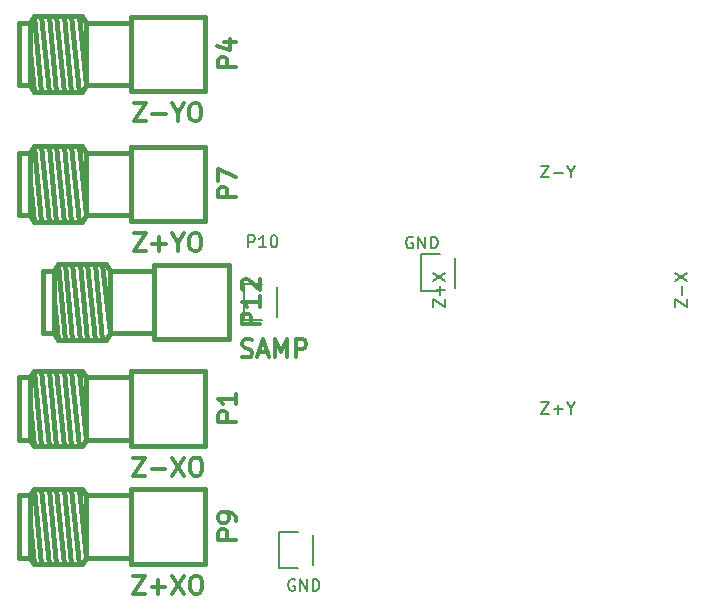
<source format=gto>
G04 #@! TF.FileFunction,Legend,Top*
%FSLAX46Y46*%
G04 Gerber Fmt 4.6, Leading zero omitted, Abs format (unit mm)*
G04 Created by KiCad (PCBNEW (2015-11-24 BZR 6329)-product) date Fri 20 Jan 2017 09:03:45 AM EST*
%MOMM*%
G01*
G04 APERTURE LIST*
%ADD10C,0.100000*%
%ADD11C,0.381000*%
%ADD12C,0.150000*%
%ADD13C,0.304800*%
G04 APERTURE END LIST*
D10*
D11*
X95343940Y-65340620D02*
X94399060Y-65340620D01*
X95343940Y-70659380D02*
X94399060Y-70659380D01*
X103850400Y-70659380D02*
X100070880Y-70659380D01*
X103850400Y-65340620D02*
X100070880Y-65340620D01*
X95658900Y-71192780D02*
X95343940Y-67733300D01*
X99440960Y-64807220D02*
X100070880Y-70659380D01*
X99440960Y-71192780D02*
X98811040Y-64807220D01*
X98811040Y-71192780D02*
X98181120Y-64807220D01*
X98181120Y-71192780D02*
X97551200Y-64807220D01*
X97551200Y-71192780D02*
X96918740Y-64807220D01*
X96918740Y-71192780D02*
X96288820Y-64807220D01*
X96288820Y-71192780D02*
X95658900Y-64807220D01*
X95658900Y-71192780D02*
X95343940Y-70659380D01*
X95343940Y-70659380D02*
X95343940Y-65340620D01*
X95343940Y-65340620D02*
X95658900Y-64807220D01*
X95658900Y-64807220D02*
X99755920Y-64807220D01*
X99755920Y-64807220D02*
X100070880Y-65340620D01*
X100070880Y-65340620D02*
X100070880Y-70659380D01*
X100070880Y-70659380D02*
X99755920Y-71192780D01*
X99755920Y-71192780D02*
X95658900Y-71192780D01*
X94399060Y-65340620D02*
X94399060Y-70659380D01*
X103850400Y-71149600D02*
X103850400Y-64850400D01*
X103850400Y-64850400D02*
X110149600Y-64850400D01*
X110149600Y-64850400D02*
X110149600Y-71149600D01*
X110149600Y-71149600D02*
X103850400Y-71149600D01*
X95343940Y-105340620D02*
X94399060Y-105340620D01*
X95343940Y-110659380D02*
X94399060Y-110659380D01*
X103850400Y-110659380D02*
X100070880Y-110659380D01*
X103850400Y-105340620D02*
X100070880Y-105340620D01*
X95658900Y-111192780D02*
X95343940Y-107733300D01*
X99440960Y-104807220D02*
X100070880Y-110659380D01*
X99440960Y-111192780D02*
X98811040Y-104807220D01*
X98811040Y-111192780D02*
X98181120Y-104807220D01*
X98181120Y-111192780D02*
X97551200Y-104807220D01*
X97551200Y-111192780D02*
X96918740Y-104807220D01*
X96918740Y-111192780D02*
X96288820Y-104807220D01*
X96288820Y-111192780D02*
X95658900Y-104807220D01*
X95658900Y-111192780D02*
X95343940Y-110659380D01*
X95343940Y-110659380D02*
X95343940Y-105340620D01*
X95343940Y-105340620D02*
X95658900Y-104807220D01*
X95658900Y-104807220D02*
X99755920Y-104807220D01*
X99755920Y-104807220D02*
X100070880Y-105340620D01*
X100070880Y-105340620D02*
X100070880Y-110659380D01*
X100070880Y-110659380D02*
X99755920Y-111192780D01*
X99755920Y-111192780D02*
X95658900Y-111192780D01*
X94399060Y-105340620D02*
X94399060Y-110659380D01*
X103850400Y-111149600D02*
X103850400Y-104850400D01*
X103850400Y-104850400D02*
X110149600Y-104850400D01*
X110149600Y-104850400D02*
X110149600Y-111149600D01*
X110149600Y-111149600D02*
X103850400Y-111149600D01*
X95343940Y-95340620D02*
X94399060Y-95340620D01*
X95343940Y-100659380D02*
X94399060Y-100659380D01*
X103850400Y-100659380D02*
X100070880Y-100659380D01*
X103850400Y-95340620D02*
X100070880Y-95340620D01*
X95658900Y-101192780D02*
X95343940Y-97733300D01*
X99440960Y-94807220D02*
X100070880Y-100659380D01*
X99440960Y-101192780D02*
X98811040Y-94807220D01*
X98811040Y-101192780D02*
X98181120Y-94807220D01*
X98181120Y-101192780D02*
X97551200Y-94807220D01*
X97551200Y-101192780D02*
X96918740Y-94807220D01*
X96918740Y-101192780D02*
X96288820Y-94807220D01*
X96288820Y-101192780D02*
X95658900Y-94807220D01*
X95658900Y-101192780D02*
X95343940Y-100659380D01*
X95343940Y-100659380D02*
X95343940Y-95340620D01*
X95343940Y-95340620D02*
X95658900Y-94807220D01*
X95658900Y-94807220D02*
X99755920Y-94807220D01*
X99755920Y-94807220D02*
X100070880Y-95340620D01*
X100070880Y-95340620D02*
X100070880Y-100659380D01*
X100070880Y-100659380D02*
X99755920Y-101192780D01*
X99755920Y-101192780D02*
X95658900Y-101192780D01*
X94399060Y-95340620D02*
X94399060Y-100659380D01*
X103850400Y-101149600D02*
X103850400Y-94850400D01*
X103850400Y-94850400D02*
X110149600Y-94850400D01*
X110149600Y-94850400D02*
X110149600Y-101149600D01*
X110149600Y-101149600D02*
X103850400Y-101149600D01*
X95343940Y-76340620D02*
X94399060Y-76340620D01*
X95343940Y-81659380D02*
X94399060Y-81659380D01*
X103850400Y-81659380D02*
X100070880Y-81659380D01*
X103850400Y-76340620D02*
X100070880Y-76340620D01*
X95658900Y-82192780D02*
X95343940Y-78733300D01*
X99440960Y-75807220D02*
X100070880Y-81659380D01*
X99440960Y-82192780D02*
X98811040Y-75807220D01*
X98811040Y-82192780D02*
X98181120Y-75807220D01*
X98181120Y-82192780D02*
X97551200Y-75807220D01*
X97551200Y-82192780D02*
X96918740Y-75807220D01*
X96918740Y-82192780D02*
X96288820Y-75807220D01*
X96288820Y-82192780D02*
X95658900Y-75807220D01*
X95658900Y-82192780D02*
X95343940Y-81659380D01*
X95343940Y-81659380D02*
X95343940Y-76340620D01*
X95343940Y-76340620D02*
X95658900Y-75807220D01*
X95658900Y-75807220D02*
X99755920Y-75807220D01*
X99755920Y-75807220D02*
X100070880Y-76340620D01*
X100070880Y-76340620D02*
X100070880Y-81659380D01*
X100070880Y-81659380D02*
X99755920Y-82192780D01*
X99755920Y-82192780D02*
X95658900Y-82192780D01*
X94399060Y-76340620D02*
X94399060Y-81659380D01*
X103850400Y-82149600D02*
X103850400Y-75850400D01*
X103850400Y-75850400D02*
X110149600Y-75850400D01*
X110149600Y-75850400D02*
X110149600Y-82149600D01*
X110149600Y-82149600D02*
X103850400Y-82149600D01*
D12*
X119270000Y-111270000D02*
X119270000Y-108730000D01*
X116450000Y-108450000D02*
X118000000Y-108450000D01*
X116450000Y-108450000D02*
X116450000Y-111550000D01*
X116450000Y-111550000D02*
X118000000Y-111550000D01*
X131270000Y-87770000D02*
X131270000Y-85230000D01*
X128450000Y-84950000D02*
X130000000Y-84950000D01*
X128450000Y-84950000D02*
X128450000Y-88050000D01*
X128450000Y-88050000D02*
X130000000Y-88050000D01*
X116270000Y-90270000D02*
X116270000Y-87730000D01*
X113450000Y-87450000D02*
X115000000Y-87450000D01*
X113450000Y-87450000D02*
X113450000Y-90550000D01*
X113450000Y-90550000D02*
X115000000Y-90550000D01*
D11*
X97343940Y-86340620D02*
X96399060Y-86340620D01*
X97343940Y-91659380D02*
X96399060Y-91659380D01*
X105850400Y-91659380D02*
X102070880Y-91659380D01*
X105850400Y-86340620D02*
X102070880Y-86340620D01*
X97658900Y-92192780D02*
X97343940Y-88733300D01*
X101440960Y-85807220D02*
X102070880Y-91659380D01*
X101440960Y-92192780D02*
X100811040Y-85807220D01*
X100811040Y-92192780D02*
X100181120Y-85807220D01*
X100181120Y-92192780D02*
X99551200Y-85807220D01*
X99551200Y-92192780D02*
X98918740Y-85807220D01*
X98918740Y-92192780D02*
X98288820Y-85807220D01*
X98288820Y-92192780D02*
X97658900Y-85807220D01*
X97658900Y-92192780D02*
X97343940Y-91659380D01*
X97343940Y-91659380D02*
X97343940Y-86340620D01*
X97343940Y-86340620D02*
X97658900Y-85807220D01*
X97658900Y-85807220D02*
X101755920Y-85807220D01*
X101755920Y-85807220D02*
X102070880Y-86340620D01*
X102070880Y-86340620D02*
X102070880Y-91659380D01*
X102070880Y-91659380D02*
X101755920Y-92192780D01*
X101755920Y-92192780D02*
X97658900Y-92192780D01*
X96399060Y-86340620D02*
X96399060Y-91659380D01*
X105850400Y-92149600D02*
X105850400Y-85850400D01*
X105850400Y-85850400D02*
X112149600Y-85850400D01*
X112149600Y-85850400D02*
X112149600Y-92149600D01*
X112149600Y-92149600D02*
X105850400Y-92149600D01*
D13*
X112769429Y-69124857D02*
X111245429Y-69124857D01*
X111245429Y-68544285D01*
X111318000Y-68399143D01*
X111390571Y-68326571D01*
X111535714Y-68254000D01*
X111753429Y-68254000D01*
X111898571Y-68326571D01*
X111971143Y-68399143D01*
X112043714Y-68544285D01*
X112043714Y-69124857D01*
X111753429Y-66947714D02*
X112769429Y-66947714D01*
X111172857Y-67310571D02*
X112261429Y-67673428D01*
X112261429Y-66730000D01*
X104097143Y-72165429D02*
X105113143Y-72165429D01*
X104097143Y-73689429D01*
X105113143Y-73689429D01*
X105693715Y-73108857D02*
X106854858Y-73108857D01*
X107870858Y-72963714D02*
X107870858Y-73689429D01*
X107362858Y-72165429D02*
X107870858Y-72963714D01*
X108378858Y-72165429D01*
X109177144Y-72165429D02*
X109467430Y-72165429D01*
X109612572Y-72238000D01*
X109757715Y-72383143D01*
X109830287Y-72673429D01*
X109830287Y-73181429D01*
X109757715Y-73471714D01*
X109612572Y-73616857D01*
X109467430Y-73689429D01*
X109177144Y-73689429D01*
X109032001Y-73616857D01*
X108886858Y-73471714D01*
X108814287Y-73181429D01*
X108814287Y-72673429D01*
X108886858Y-72383143D01*
X109032001Y-72238000D01*
X109177144Y-72165429D01*
X112769429Y-109124857D02*
X111245429Y-109124857D01*
X111245429Y-108544285D01*
X111318000Y-108399143D01*
X111390571Y-108326571D01*
X111535714Y-108254000D01*
X111753429Y-108254000D01*
X111898571Y-108326571D01*
X111971143Y-108399143D01*
X112043714Y-108544285D01*
X112043714Y-109124857D01*
X112769429Y-107528285D02*
X112769429Y-107238000D01*
X112696857Y-107092857D01*
X112624286Y-107020285D01*
X112406571Y-106875143D01*
X112116286Y-106802571D01*
X111535714Y-106802571D01*
X111390571Y-106875143D01*
X111318000Y-106947714D01*
X111245429Y-107092857D01*
X111245429Y-107383143D01*
X111318000Y-107528285D01*
X111390571Y-107600857D01*
X111535714Y-107673428D01*
X111898571Y-107673428D01*
X112043714Y-107600857D01*
X112116286Y-107528285D01*
X112188857Y-107383143D01*
X112188857Y-107092857D01*
X112116286Y-106947714D01*
X112043714Y-106875143D01*
X111898571Y-106802571D01*
X104024571Y-112165429D02*
X105040571Y-112165429D01*
X104024571Y-113689429D01*
X105040571Y-113689429D01*
X105621143Y-113108857D02*
X106782286Y-113108857D01*
X106201715Y-113689429D02*
X106201715Y-112528286D01*
X107362857Y-112165429D02*
X108378857Y-113689429D01*
X108378857Y-112165429D02*
X107362857Y-113689429D01*
X109249715Y-112165429D02*
X109540001Y-112165429D01*
X109685143Y-112238000D01*
X109830286Y-112383143D01*
X109902858Y-112673429D01*
X109902858Y-113181429D01*
X109830286Y-113471714D01*
X109685143Y-113616857D01*
X109540001Y-113689429D01*
X109249715Y-113689429D01*
X109104572Y-113616857D01*
X108959429Y-113471714D01*
X108886858Y-113181429D01*
X108886858Y-112673429D01*
X108959429Y-112383143D01*
X109104572Y-112238000D01*
X109249715Y-112165429D01*
X112769429Y-99124857D02*
X111245429Y-99124857D01*
X111245429Y-98544285D01*
X111318000Y-98399143D01*
X111390571Y-98326571D01*
X111535714Y-98254000D01*
X111753429Y-98254000D01*
X111898571Y-98326571D01*
X111971143Y-98399143D01*
X112043714Y-98544285D01*
X112043714Y-99124857D01*
X112769429Y-96802571D02*
X112769429Y-97673428D01*
X112769429Y-97238000D02*
X111245429Y-97238000D01*
X111463143Y-97383143D01*
X111608286Y-97528285D01*
X111680857Y-97673428D01*
X104024571Y-102165429D02*
X105040571Y-102165429D01*
X104024571Y-103689429D01*
X105040571Y-103689429D01*
X105621143Y-103108857D02*
X106782286Y-103108857D01*
X107362857Y-102165429D02*
X108378857Y-103689429D01*
X108378857Y-102165429D02*
X107362857Y-103689429D01*
X109249715Y-102165429D02*
X109540001Y-102165429D01*
X109685143Y-102238000D01*
X109830286Y-102383143D01*
X109902858Y-102673429D01*
X109902858Y-103181429D01*
X109830286Y-103471714D01*
X109685143Y-103616857D01*
X109540001Y-103689429D01*
X109249715Y-103689429D01*
X109104572Y-103616857D01*
X108959429Y-103471714D01*
X108886858Y-103181429D01*
X108886858Y-102673429D01*
X108959429Y-102383143D01*
X109104572Y-102238000D01*
X109249715Y-102165429D01*
X112769429Y-80124857D02*
X111245429Y-80124857D01*
X111245429Y-79544285D01*
X111318000Y-79399143D01*
X111390571Y-79326571D01*
X111535714Y-79254000D01*
X111753429Y-79254000D01*
X111898571Y-79326571D01*
X111971143Y-79399143D01*
X112043714Y-79544285D01*
X112043714Y-80124857D01*
X111245429Y-78746000D02*
X111245429Y-77730000D01*
X112769429Y-78383143D01*
X104097143Y-83165429D02*
X105113143Y-83165429D01*
X104097143Y-84689429D01*
X105113143Y-84689429D01*
X105693715Y-84108857D02*
X106854858Y-84108857D01*
X106274287Y-84689429D02*
X106274287Y-83528286D01*
X107870858Y-83963714D02*
X107870858Y-84689429D01*
X107362858Y-83165429D02*
X107870858Y-83963714D01*
X108378858Y-83165429D01*
X109177144Y-83165429D02*
X109467430Y-83165429D01*
X109612572Y-83238000D01*
X109757715Y-83383143D01*
X109830287Y-83673429D01*
X109830287Y-84181429D01*
X109757715Y-84471714D01*
X109612572Y-84616857D01*
X109467430Y-84689429D01*
X109177144Y-84689429D01*
X109032001Y-84616857D01*
X108886858Y-84471714D01*
X108814287Y-84181429D01*
X108814287Y-83673429D01*
X108886858Y-83383143D01*
X109032001Y-83238000D01*
X109177144Y-83165429D01*
D12*
X129452381Y-89428571D02*
X129452381Y-88761904D01*
X130452381Y-89428571D01*
X130452381Y-88761904D01*
X130071429Y-88380952D02*
X130071429Y-87619047D01*
X130452381Y-87999999D02*
X129690476Y-87999999D01*
X129452381Y-87238095D02*
X130452381Y-86571428D01*
X129452381Y-86571428D02*
X130452381Y-87238095D01*
X138619048Y-97452381D02*
X139285715Y-97452381D01*
X138619048Y-98452381D01*
X139285715Y-98452381D01*
X139666667Y-98071429D02*
X140428572Y-98071429D01*
X140047620Y-98452381D02*
X140047620Y-97690476D01*
X141095238Y-97976190D02*
X141095238Y-98452381D01*
X140761905Y-97452381D02*
X141095238Y-97976190D01*
X141428572Y-97452381D01*
X149952381Y-89428571D02*
X149952381Y-88761904D01*
X150952381Y-89428571D01*
X150952381Y-88761904D01*
X150571429Y-88380952D02*
X150571429Y-87619047D01*
X149952381Y-87238095D02*
X150952381Y-86571428D01*
X149952381Y-86571428D02*
X150952381Y-87238095D01*
X138619048Y-77452381D02*
X139285715Y-77452381D01*
X138619048Y-78452381D01*
X139285715Y-78452381D01*
X139666667Y-78071429D02*
X140428572Y-78071429D01*
X141095238Y-77976190D02*
X141095238Y-78452381D01*
X140761905Y-77452381D02*
X141095238Y-77976190D01*
X141428572Y-77452381D01*
X117738096Y-112500000D02*
X117642858Y-112452381D01*
X117500001Y-112452381D01*
X117357143Y-112500000D01*
X117261905Y-112595238D01*
X117214286Y-112690476D01*
X117166667Y-112880952D01*
X117166667Y-113023810D01*
X117214286Y-113214286D01*
X117261905Y-113309524D01*
X117357143Y-113404762D01*
X117500001Y-113452381D01*
X117595239Y-113452381D01*
X117738096Y-113404762D01*
X117785715Y-113357143D01*
X117785715Y-113023810D01*
X117595239Y-113023810D01*
X118214286Y-113452381D02*
X118214286Y-112452381D01*
X118785715Y-113452381D01*
X118785715Y-112452381D01*
X119261905Y-113452381D02*
X119261905Y-112452381D01*
X119500000Y-112452381D01*
X119642858Y-112500000D01*
X119738096Y-112595238D01*
X119785715Y-112690476D01*
X119833334Y-112880952D01*
X119833334Y-113023810D01*
X119785715Y-113214286D01*
X119738096Y-113309524D01*
X119642858Y-113404762D01*
X119500000Y-113452381D01*
X119261905Y-113452381D01*
X127738096Y-83500000D02*
X127642858Y-83452381D01*
X127500001Y-83452381D01*
X127357143Y-83500000D01*
X127261905Y-83595238D01*
X127214286Y-83690476D01*
X127166667Y-83880952D01*
X127166667Y-84023810D01*
X127214286Y-84214286D01*
X127261905Y-84309524D01*
X127357143Y-84404762D01*
X127500001Y-84452381D01*
X127595239Y-84452381D01*
X127738096Y-84404762D01*
X127785715Y-84357143D01*
X127785715Y-84023810D01*
X127595239Y-84023810D01*
X128214286Y-84452381D02*
X128214286Y-83452381D01*
X128785715Y-84452381D01*
X128785715Y-83452381D01*
X129261905Y-84452381D02*
X129261905Y-83452381D01*
X129500000Y-83452381D01*
X129642858Y-83500000D01*
X129738096Y-83595238D01*
X129785715Y-83690476D01*
X129833334Y-83880952D01*
X129833334Y-84023810D01*
X129785715Y-84214286D01*
X129738096Y-84309524D01*
X129642858Y-84404762D01*
X129500000Y-84452381D01*
X129261905Y-84452381D01*
X113785714Y-84352381D02*
X113785714Y-83352381D01*
X114166667Y-83352381D01*
X114261905Y-83400000D01*
X114309524Y-83447619D01*
X114357143Y-83542857D01*
X114357143Y-83685714D01*
X114309524Y-83780952D01*
X114261905Y-83828571D01*
X114166667Y-83876190D01*
X113785714Y-83876190D01*
X115309524Y-84352381D02*
X114738095Y-84352381D01*
X115023809Y-84352381D02*
X115023809Y-83352381D01*
X114928571Y-83495238D01*
X114833333Y-83590476D01*
X114738095Y-83638095D01*
X115928571Y-83352381D02*
X116023810Y-83352381D01*
X116119048Y-83400000D01*
X116166667Y-83447619D01*
X116214286Y-83542857D01*
X116261905Y-83733333D01*
X116261905Y-83971429D01*
X116214286Y-84161905D01*
X116166667Y-84257143D01*
X116119048Y-84304762D01*
X116023810Y-84352381D01*
X115928571Y-84352381D01*
X115833333Y-84304762D01*
X115785714Y-84257143D01*
X115738095Y-84161905D01*
X115690476Y-83971429D01*
X115690476Y-83733333D01*
X115738095Y-83542857D01*
X115785714Y-83447619D01*
X115833333Y-83400000D01*
X115928571Y-83352381D01*
D13*
X114769429Y-90850572D02*
X113245429Y-90850572D01*
X113245429Y-90270000D01*
X113318000Y-90124858D01*
X113390571Y-90052286D01*
X113535714Y-89979715D01*
X113753429Y-89979715D01*
X113898571Y-90052286D01*
X113971143Y-90124858D01*
X114043714Y-90270000D01*
X114043714Y-90850572D01*
X114769429Y-88528286D02*
X114769429Y-89399143D01*
X114769429Y-88963715D02*
X113245429Y-88963715D01*
X113463143Y-89108858D01*
X113608286Y-89254000D01*
X113680857Y-89399143D01*
X113390571Y-87947714D02*
X113318000Y-87875143D01*
X113245429Y-87730000D01*
X113245429Y-87367143D01*
X113318000Y-87222000D01*
X113390571Y-87149429D01*
X113535714Y-87076857D01*
X113680857Y-87076857D01*
X113898571Y-87149429D01*
X114769429Y-88020286D01*
X114769429Y-87076857D01*
X113278572Y-93616857D02*
X113496286Y-93689429D01*
X113859143Y-93689429D01*
X114004286Y-93616857D01*
X114076857Y-93544286D01*
X114149429Y-93399143D01*
X114149429Y-93254000D01*
X114076857Y-93108857D01*
X114004286Y-93036286D01*
X113859143Y-92963714D01*
X113568857Y-92891143D01*
X113423715Y-92818571D01*
X113351143Y-92746000D01*
X113278572Y-92600857D01*
X113278572Y-92455714D01*
X113351143Y-92310571D01*
X113423715Y-92238000D01*
X113568857Y-92165429D01*
X113931715Y-92165429D01*
X114149429Y-92238000D01*
X114730001Y-93254000D02*
X115455715Y-93254000D01*
X114584858Y-93689429D02*
X115092858Y-92165429D01*
X115600858Y-93689429D01*
X116108858Y-93689429D02*
X116108858Y-92165429D01*
X116616858Y-93254000D01*
X117124858Y-92165429D01*
X117124858Y-93689429D01*
X117850572Y-93689429D02*
X117850572Y-92165429D01*
X118431144Y-92165429D01*
X118576286Y-92238000D01*
X118648858Y-92310571D01*
X118721429Y-92455714D01*
X118721429Y-92673429D01*
X118648858Y-92818571D01*
X118576286Y-92891143D01*
X118431144Y-92963714D01*
X117850572Y-92963714D01*
M02*

</source>
